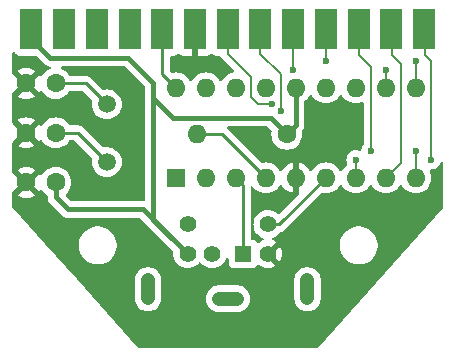
<source format=gbr>
%TF.GenerationSoftware,KiCad,Pcbnew,8.0.7*%
%TF.CreationDate,2025-01-12T22:52:32-06:00*%
%TF.ProjectId,Parallel-to-PS2-Keyboard-Adapter,50617261-6c6c-4656-9c2d-746f2d505332,v1.0*%
%TF.SameCoordinates,Original*%
%TF.FileFunction,Copper,L1,Top*%
%TF.FilePolarity,Positive*%
%FSLAX46Y46*%
G04 Gerber Fmt 4.6, Leading zero omitted, Abs format (unit mm)*
G04 Created by KiCad (PCBNEW 8.0.7) date 2025-01-12 22:52:32*
%MOMM*%
%LPD*%
G01*
G04 APERTURE LIST*
%TA.AperFunction,ComponentPad*%
%ADD10C,1.600000*%
%TD*%
%TA.AperFunction,ComponentPad*%
%ADD11O,1.600000X1.600000*%
%TD*%
%TA.AperFunction,SMDPad,CuDef*%
%ADD12R,1.846667X3.480000*%
%TD*%
%TA.AperFunction,ComponentPad*%
%ADD13R,1.600000X1.600000*%
%TD*%
%TA.AperFunction,ComponentPad*%
%ADD14C,1.500000*%
%TD*%
%TA.AperFunction,ComponentPad*%
%ADD15R,1.408000X1.408000*%
%TD*%
%TA.AperFunction,ComponentPad*%
%ADD16C,1.408000*%
%TD*%
%TA.AperFunction,ComponentPad*%
%ADD17O,2.730000X1.230000*%
%TD*%
%TA.AperFunction,ComponentPad*%
%ADD18O,1.230000X2.730000*%
%TD*%
%TA.AperFunction,ViaPad*%
%ADD19C,0.800000*%
%TD*%
%TA.AperFunction,ViaPad*%
%ADD20C,0.600000*%
%TD*%
%TA.AperFunction,Conductor*%
%ADD21C,0.250000*%
%TD*%
%TA.AperFunction,Conductor*%
%ADD22C,0.400000*%
%TD*%
%TA.AperFunction,Conductor*%
%ADD23C,0.200000*%
%TD*%
G04 APERTURE END LIST*
D10*
%TO.P,C3,1*%
%TO.N,+5V*%
X146050000Y-104394000D03*
%TO.P,C3,2*%
%TO.N,GND*%
X143550000Y-104394000D03*
%TD*%
%TO.P,R1,1*%
%TO.N,+5V*%
X165608000Y-100310000D03*
D11*
%TO.P,R1,2*%
%TO.N,Net-(U1-~{MCLR})*%
X157988000Y-100310000D03*
%TD*%
D10*
%TO.P,C1,1*%
%TO.N,GND*%
X143530000Y-96012000D03*
%TO.P,C1,2*%
%TO.N,Net-(U1-OSC1{slash}CLKIN)*%
X146030000Y-96012000D03*
%TD*%
D12*
%TO.P,J3,1,1*%
%TO.N,/BIT1*%
X177220000Y-91440000D03*
%TO.P,J3,2,2*%
%TO.N,/BIT2*%
X174450000Y-91440000D03*
%TO.P,J3,3,3*%
%TO.N,/BIT3*%
X171680000Y-91440000D03*
%TO.P,J3,4,4*%
%TO.N,/BIT4*%
X168910000Y-91440000D03*
%TO.P,J3,5,5*%
%TO.N,/BIT5*%
X166140000Y-91440000D03*
%TO.P,J3,6,6*%
%TO.N,/BIT6*%
X163370000Y-91440000D03*
%TO.P,J3,7,7*%
%TO.N,/BIT7*%
X160600000Y-91440000D03*
%TO.P,J3,8,8*%
%TO.N,GND*%
X157830000Y-91440000D03*
%TO.P,J3,9,9*%
%TO.N,/{slash}STROBE*%
X155060000Y-91440000D03*
%TO.P,J3,10,10*%
%TO.N,unconnected-(J3-Pad10)*%
X152290000Y-91440000D03*
%TO.P,J3,11,11*%
%TO.N,unconnected-(J3-Pad11)*%
X149520000Y-91440000D03*
%TO.P,J3,12,12*%
%TO.N,unconnected-(J3-Pad12)*%
X146750000Y-91440000D03*
%TO.P,J3,13,13*%
%TO.N,+5V*%
X143980000Y-91440000D03*
%TD*%
D13*
%TO.P,U1,1,RA2*%
%TO.N,unconnected-(U1-RA2-Pad1)*%
X156210000Y-104013000D03*
D11*
%TO.P,U1,2,RA3*%
%TO.N,unconnected-(U1-RA3-Pad2)*%
X158750000Y-104013000D03*
%TO.P,U1,3,TOCKI/RA4*%
%TO.N,/PS{slash}2 Data In*%
X161290000Y-104013000D03*
%TO.P,U1,4,~{MCLR}*%
%TO.N,Net-(U1-~{MCLR})*%
X163830000Y-104013000D03*
%TO.P,U1,5,VSS*%
%TO.N,GND*%
X166370000Y-104013000D03*
%TO.P,U1,6,INT/RB0*%
%TO.N,/PS{slash}2 Clock In*%
X168910000Y-104013000D03*
%TO.P,U1,7,RB1*%
%TO.N,/BIT1*%
X171450000Y-104013000D03*
%TO.P,U1,8,RB2*%
%TO.N,/BIT2*%
X173990000Y-104013000D03*
%TO.P,U1,9,RB3*%
%TO.N,/BIT3*%
X176530000Y-104013000D03*
%TO.P,U1,10,RB4*%
%TO.N,/BIT4*%
X176530000Y-96393000D03*
%TO.P,U1,11,RB5*%
%TO.N,/BIT5*%
X173990000Y-96393000D03*
%TO.P,U1,12,RB6*%
%TO.N,/BIT6*%
X171450000Y-96393000D03*
%TO.P,U1,13,RB7*%
%TO.N,/BIT7*%
X168910000Y-96393000D03*
%TO.P,U1,14,VDD*%
%TO.N,+5V*%
X166370000Y-96393000D03*
%TO.P,U1,15,OSC2/CLKOUT*%
%TO.N,Net-(U1-OSC2{slash}CLKOUT)*%
X163830000Y-96393000D03*
%TO.P,U1,16,OSC1/CLKIN*%
%TO.N,Net-(U1-OSC1{slash}CLKIN)*%
X161290000Y-96393000D03*
%TO.P,U1,17,RA0*%
%TO.N,unconnected-(U1-RA0-Pad17)*%
X158750000Y-96393000D03*
%TO.P,U1,18,RA1*%
%TO.N,/{slash}STROBE*%
X156210000Y-96393000D03*
%TD*%
D14*
%TO.P,Y1,1,1*%
%TO.N,Net-(U1-OSC1{slash}CLKIN)*%
X150368000Y-97790000D03*
%TO.P,Y1,2,2*%
%TO.N,Net-(U1-OSC2{slash}CLKOUT)*%
X150368000Y-102670000D03*
%TD*%
D15*
%TO.P,J1,1*%
%TO.N,/PS{slash}2 Data In*%
X161900000Y-110450000D03*
D16*
%TO.P,J1,2*%
%TO.N,unconnected-(J1-Pad2)*%
X159300000Y-110450000D03*
%TO.P,J1,3*%
%TO.N,GND*%
X164000000Y-110450000D03*
%TO.P,J1,4*%
%TO.N,+5V*%
X157200000Y-110450000D03*
%TO.P,J1,5*%
%TO.N,/PS{slash}2 Clock In*%
X164000000Y-107950000D03*
%TO.P,J1,6*%
%TO.N,unconnected-(J1-Pad6)*%
X157200000Y-107950000D03*
D17*
%TO.P,J1,S1*%
%TO.N,N/C*%
X160600000Y-114250000D03*
D18*
%TO.P,J1,S2*%
X153850000Y-113450000D03*
%TO.P,J1,S3*%
X167350000Y-113450000D03*
%TD*%
D10*
%TO.P,C2,1*%
%TO.N,GND*%
X143530000Y-100203000D03*
%TO.P,C2,2*%
%TO.N,Net-(U1-OSC2{slash}CLKOUT)*%
X146030000Y-100203000D03*
%TD*%
D19*
%TO.N,GND*%
X157861000Y-94107000D03*
D20*
%TO.N,/BIT1*%
X171450000Y-102489000D03*
X177800000Y-102489000D03*
%TO.N,/BIT3*%
X172720000Y-101727000D03*
X176530000Y-101727000D03*
%TO.N,/BIT4*%
X176530000Y-94107000D03*
X168910000Y-94107000D03*
%TO.N,/BIT5*%
X173990000Y-94869000D03*
X166116000Y-94869000D03*
%TO.N,/BIT6*%
X165100000Y-98390000D03*
%TO.N,/BIT7*%
X164338000Y-97790000D03*
%TD*%
D21*
%TO.N,Net-(U1-OSC1{slash}CLKIN)*%
X146030000Y-96012000D02*
X148590000Y-96012000D01*
X148590000Y-96012000D02*
X150368000Y-97790000D01*
%TO.N,Net-(U1-OSC2{slash}CLKOUT)*%
X146030000Y-100203000D02*
X147901000Y-100203000D01*
X147901000Y-100203000D02*
X150368000Y-102670000D01*
%TO.N,/PS{slash}2 Data In*%
X161900000Y-104623000D02*
X161290000Y-104013000D01*
X161900000Y-110450000D02*
X161900000Y-104623000D01*
D22*
%TO.N,+5V*%
X147066000Y-106680000D02*
X153430000Y-106680000D01*
X153430000Y-106680000D02*
X157200000Y-110450000D01*
X154305000Y-96012000D02*
X154305000Y-97028000D01*
X164231000Y-98933000D02*
X165608000Y-100310000D01*
X146050000Y-105664000D02*
X147066000Y-106680000D01*
X157200000Y-110450000D02*
X154305000Y-107555000D01*
X154305000Y-107555000D02*
X154305000Y-97028000D01*
X155956000Y-98933000D02*
X164231000Y-98933000D01*
X145576333Y-93853000D02*
X152146000Y-93853000D01*
X143980000Y-92256667D02*
X145576333Y-93853000D01*
X166370000Y-99548000D02*
X166370000Y-96393000D01*
X152146000Y-93853000D02*
X154305000Y-96012000D01*
X154305000Y-97028000D02*
X154305000Y-97282000D01*
X146050000Y-104394000D02*
X146050000Y-105664000D01*
X165608000Y-100310000D02*
X166370000Y-99548000D01*
X154305000Y-97282000D02*
X155956000Y-98933000D01*
D21*
%TO.N,/PS{slash}2 Clock In*%
X164973000Y-107950000D02*
X168910000Y-104013000D01*
X164000000Y-107950000D02*
X164973000Y-107950000D01*
D23*
%TO.N,/BIT1*%
X171450000Y-104013000D02*
X171450000Y-102489000D01*
X177800000Y-94107000D02*
X177292000Y-93599000D01*
X177800000Y-102489000D02*
X177800000Y-94107000D01*
X177292000Y-93599000D02*
X177292000Y-91512000D01*
%TO.N,/BIT2*%
X173990000Y-104013000D02*
X175260000Y-102743000D01*
X175260000Y-94361000D02*
X174498000Y-93599000D01*
X174498000Y-93599000D02*
X174498000Y-91488000D01*
X175260000Y-102743000D02*
X175260000Y-94361000D01*
%TO.N,/BIT3*%
X172720000Y-101727000D02*
X172720000Y-94615000D01*
X171704000Y-93599000D02*
X171704000Y-91464000D01*
X176530000Y-104013000D02*
X176530000Y-101727000D01*
X172720000Y-94615000D02*
X171704000Y-93599000D01*
%TO.N,/BIT4*%
X176530000Y-96393000D02*
X176530000Y-94107000D01*
X168910000Y-94107000D02*
X168910000Y-91440000D01*
%TO.N,/BIT5*%
X166116000Y-94615000D02*
X166140000Y-94591000D01*
X173990000Y-96393000D02*
X173990000Y-94869000D01*
X166116000Y-94869000D02*
X166116000Y-94615000D01*
X166140000Y-94591000D02*
X166140000Y-91440000D01*
%TO.N,/BIT6*%
X165100000Y-95250000D02*
X163370000Y-93520000D01*
X165100000Y-98390000D02*
X165100000Y-95250000D01*
X163370000Y-93520000D02*
X163370000Y-91440000D01*
%TO.N,/BIT7*%
X162560000Y-95504000D02*
X160600000Y-93544000D01*
X160600000Y-93544000D02*
X160600000Y-91440000D01*
X163195000Y-97790000D02*
X162560000Y-97155000D01*
X162560000Y-97155000D02*
X162560000Y-95504000D01*
X164338000Y-97790000D02*
X163195000Y-97790000D01*
D21*
%TO.N,/{slash}STROBE*%
X155060000Y-91440000D02*
X155060000Y-95243000D01*
X155060000Y-95243000D02*
X156210000Y-96393000D01*
%TO.N,Net-(U1-~{MCLR})*%
X160127000Y-100310000D02*
X157988000Y-100310000D01*
X163830000Y-104013000D02*
X160127000Y-100310000D01*
%TD*%
%TA.AperFunction,Conductor*%
%TO.N,GND*%
G36*
X178752417Y-102650867D02*
G01*
X178803633Y-102700034D01*
X178820300Y-102762663D01*
X178820300Y-106517079D01*
X178800298Y-106585200D01*
X178788211Y-106601084D01*
X168254386Y-118377105D01*
X168194061Y-118414541D01*
X168160475Y-118419100D01*
X153097829Y-118419100D01*
X153029708Y-118399098D01*
X153004213Y-118377433D01*
X147810079Y-112611579D01*
X152726500Y-112611579D01*
X152726500Y-114288421D01*
X152754164Y-114463087D01*
X152808812Y-114631274D01*
X152889097Y-114788842D01*
X152993042Y-114931911D01*
X152993044Y-114931913D01*
X152993046Y-114931916D01*
X153118083Y-115056953D01*
X153118086Y-115056955D01*
X153118089Y-115056958D01*
X153261158Y-115160903D01*
X153418726Y-115241188D01*
X153586913Y-115295836D01*
X153761579Y-115323500D01*
X153761582Y-115323500D01*
X153938418Y-115323500D01*
X153938421Y-115323500D01*
X154113087Y-115295836D01*
X154281274Y-115241188D01*
X154438842Y-115160903D01*
X154581911Y-115056958D01*
X154706958Y-114931911D01*
X154810903Y-114788842D01*
X154891188Y-114631274D01*
X154945836Y-114463087D01*
X154973500Y-114288421D01*
X154973500Y-114161579D01*
X158726500Y-114161579D01*
X158726500Y-114338421D01*
X158754164Y-114513087D01*
X158808812Y-114681274D01*
X158889097Y-114838842D01*
X158993042Y-114981911D01*
X158993044Y-114981913D01*
X158993046Y-114981916D01*
X159118083Y-115106953D01*
X159118086Y-115106955D01*
X159118089Y-115106958D01*
X159261158Y-115210903D01*
X159418726Y-115291188D01*
X159586913Y-115345836D01*
X159761579Y-115373500D01*
X159761582Y-115373500D01*
X161438418Y-115373500D01*
X161438421Y-115373500D01*
X161613087Y-115345836D01*
X161781274Y-115291188D01*
X161938842Y-115210903D01*
X162081911Y-115106958D01*
X162206958Y-114981911D01*
X162310903Y-114838842D01*
X162391188Y-114681274D01*
X162445836Y-114513087D01*
X162473500Y-114338421D01*
X162473500Y-114161579D01*
X162445836Y-113986913D01*
X162391188Y-113818726D01*
X162310903Y-113661158D01*
X162206958Y-113518089D01*
X162206955Y-113518086D01*
X162206953Y-113518083D01*
X162081916Y-113393046D01*
X162081913Y-113393044D01*
X162081911Y-113393042D01*
X161938842Y-113289097D01*
X161781274Y-113208812D01*
X161781273Y-113208811D01*
X161781272Y-113208811D01*
X161613090Y-113154165D01*
X161613087Y-113154164D01*
X161438421Y-113126500D01*
X159761579Y-113126500D01*
X159586913Y-113154164D01*
X159586910Y-113154164D01*
X159586909Y-113154165D01*
X159418727Y-113208811D01*
X159261154Y-113289099D01*
X159118086Y-113393044D01*
X159118083Y-113393046D01*
X158993046Y-113518083D01*
X158993044Y-113518086D01*
X158889099Y-113661154D01*
X158808811Y-113818727D01*
X158754165Y-113986909D01*
X158754164Y-113986913D01*
X158726500Y-114161579D01*
X154973500Y-114161579D01*
X154973500Y-112611579D01*
X166226500Y-112611579D01*
X166226500Y-114288421D01*
X166254164Y-114463087D01*
X166308812Y-114631274D01*
X166389097Y-114788842D01*
X166493042Y-114931911D01*
X166493044Y-114931913D01*
X166493046Y-114931916D01*
X166618083Y-115056953D01*
X166618086Y-115056955D01*
X166618089Y-115056958D01*
X166761158Y-115160903D01*
X166918726Y-115241188D01*
X167086913Y-115295836D01*
X167261579Y-115323500D01*
X167261582Y-115323500D01*
X167438418Y-115323500D01*
X167438421Y-115323500D01*
X167613087Y-115295836D01*
X167781274Y-115241188D01*
X167938842Y-115160903D01*
X168081911Y-115056958D01*
X168206958Y-114931911D01*
X168310903Y-114788842D01*
X168391188Y-114631274D01*
X168445836Y-114463087D01*
X168473500Y-114288421D01*
X168473500Y-112611579D01*
X168445836Y-112436913D01*
X168391188Y-112268726D01*
X168310903Y-112111158D01*
X168206958Y-111968089D01*
X168206955Y-111968086D01*
X168206953Y-111968083D01*
X168081916Y-111843046D01*
X168081913Y-111843044D01*
X168081911Y-111843042D01*
X167938842Y-111739097D01*
X167781274Y-111658812D01*
X167781273Y-111658811D01*
X167781272Y-111658811D01*
X167613090Y-111604165D01*
X167613087Y-111604164D01*
X167438421Y-111576500D01*
X167261579Y-111576500D01*
X167086913Y-111604164D01*
X167086910Y-111604164D01*
X167086909Y-111604165D01*
X166918727Y-111658811D01*
X166761154Y-111739099D01*
X166618086Y-111843044D01*
X166618083Y-111843046D01*
X166493046Y-111968083D01*
X166493044Y-111968086D01*
X166389099Y-112111154D01*
X166308811Y-112268727D01*
X166254165Y-112436909D01*
X166254164Y-112436913D01*
X166226500Y-112611579D01*
X154973500Y-112611579D01*
X154945836Y-112436913D01*
X154891188Y-112268726D01*
X154810903Y-112111158D01*
X154706958Y-111968089D01*
X154706955Y-111968086D01*
X154706953Y-111968083D01*
X154581916Y-111843046D01*
X154581913Y-111843044D01*
X154581911Y-111843042D01*
X154438842Y-111739097D01*
X154281274Y-111658812D01*
X154281273Y-111658811D01*
X154281272Y-111658811D01*
X154113090Y-111604165D01*
X154113087Y-111604164D01*
X153938421Y-111576500D01*
X153761579Y-111576500D01*
X153586913Y-111604164D01*
X153586910Y-111604164D01*
X153586909Y-111604165D01*
X153418727Y-111658811D01*
X153261154Y-111739099D01*
X153118086Y-111843044D01*
X153118083Y-111843046D01*
X152993046Y-111968083D01*
X152993044Y-111968086D01*
X152889099Y-112111154D01*
X152808811Y-112268727D01*
X152754165Y-112436909D01*
X152754164Y-112436913D01*
X152726500Y-112611579D01*
X147810079Y-112611579D01*
X145098952Y-109602038D01*
X148005500Y-109602038D01*
X148005500Y-109853962D01*
X148041952Y-110084110D01*
X148044911Y-110102790D01*
X148112458Y-110310676D01*
X148122759Y-110342379D01*
X148237130Y-110566845D01*
X148385207Y-110770656D01*
X148385209Y-110770658D01*
X148385211Y-110770661D01*
X148563338Y-110948788D01*
X148563341Y-110948790D01*
X148563344Y-110948793D01*
X148767155Y-111096870D01*
X148991621Y-111211241D01*
X149231215Y-111289090D01*
X149480038Y-111328500D01*
X149480041Y-111328500D01*
X149731959Y-111328500D01*
X149731962Y-111328500D01*
X149980785Y-111289090D01*
X150220379Y-111211241D01*
X150444845Y-111096870D01*
X150648656Y-110948793D01*
X150826793Y-110770656D01*
X150974870Y-110566845D01*
X151089241Y-110342379D01*
X151167090Y-110102785D01*
X151206500Y-109853962D01*
X151206500Y-109602038D01*
X151167090Y-109353215D01*
X151089241Y-109113621D01*
X150974870Y-108889155D01*
X150826793Y-108685344D01*
X150826790Y-108685341D01*
X150826788Y-108685338D01*
X150648661Y-108507211D01*
X150648658Y-108507209D01*
X150648656Y-108507207D01*
X150495235Y-108395741D01*
X150444848Y-108359132D01*
X150444847Y-108359131D01*
X150444845Y-108359130D01*
X150220379Y-108244759D01*
X150220376Y-108244758D01*
X150220374Y-108244757D01*
X149980790Y-108166911D01*
X149980786Y-108166910D01*
X149980785Y-108166910D01*
X149731962Y-108127500D01*
X149480038Y-108127500D01*
X149231215Y-108166910D01*
X149231209Y-108166911D01*
X148991625Y-108244757D01*
X148991619Y-108244760D01*
X148767151Y-108359132D01*
X148563341Y-108507209D01*
X148563338Y-108507211D01*
X148385211Y-108685338D01*
X148385209Y-108685341D01*
X148237132Y-108889151D01*
X148122760Y-109113619D01*
X148122757Y-109113625D01*
X148044911Y-109353209D01*
X148044910Y-109353214D01*
X148044910Y-109353215D01*
X148005500Y-109602038D01*
X145098952Y-109602038D01*
X142395084Y-106600554D01*
X142364351Y-106536554D01*
X142362700Y-106516221D01*
X142362700Y-105250627D01*
X142382702Y-105182506D01*
X142436358Y-105136013D01*
X142451358Y-105133429D01*
X143150000Y-104434788D01*
X143150000Y-104446661D01*
X143177259Y-104548394D01*
X143229920Y-104639606D01*
X143304394Y-104714080D01*
X143395606Y-104766741D01*
X143497339Y-104794000D01*
X143509210Y-104794000D01*
X142822110Y-105481098D01*
X142822110Y-105481100D01*
X142893498Y-105531086D01*
X143100926Y-105627811D01*
X143100931Y-105627813D01*
X143321999Y-105687048D01*
X143321995Y-105687048D01*
X143550000Y-105706995D01*
X143778002Y-105687048D01*
X143999068Y-105627813D01*
X143999073Y-105627811D01*
X144206497Y-105531088D01*
X144277888Y-105481099D01*
X144277888Y-105481097D01*
X143590791Y-104794000D01*
X143602661Y-104794000D01*
X143704394Y-104766741D01*
X143795606Y-104714080D01*
X143870080Y-104639606D01*
X143922741Y-104548394D01*
X143950000Y-104446661D01*
X143950000Y-104434791D01*
X144637097Y-105121888D01*
X144637099Y-105121888D01*
X144687088Y-105050496D01*
X144689841Y-105045730D01*
X144691729Y-105046820D01*
X144732384Y-105000594D01*
X144800651Y-104981094D01*
X144868622Y-105001597D01*
X144907989Y-105046987D01*
X144909726Y-105045985D01*
X144912474Y-105050746D01*
X145043799Y-105238296D01*
X145043802Y-105238300D01*
X145205700Y-105400198D01*
X145287771Y-105457665D01*
X145332099Y-105513120D01*
X145341500Y-105560877D01*
X145341500Y-105733784D01*
X145368727Y-105870661D01*
X145368729Y-105870666D01*
X145422135Y-105999601D01*
X145499671Y-106115642D01*
X145499676Y-106115648D01*
X146614351Y-107230323D01*
X146614357Y-107230328D01*
X146730399Y-107307865D01*
X146810019Y-107340844D01*
X146810020Y-107340845D01*
X146830448Y-107349306D01*
X146859338Y-107361273D01*
X146927778Y-107374886D01*
X146996218Y-107388500D01*
X146996219Y-107388500D01*
X153084339Y-107388500D01*
X153152460Y-107408502D01*
X153173434Y-107425405D01*
X155958630Y-110210601D01*
X155992656Y-110272913D01*
X155995056Y-110310676D01*
X155992283Y-110342379D01*
X155982868Y-110450000D01*
X156001359Y-110661353D01*
X156016725Y-110718699D01*
X156056269Y-110866282D01*
X156056271Y-110866286D01*
X156145932Y-111058564D01*
X156145933Y-111058566D01*
X156267616Y-111232348D01*
X156267620Y-111232353D01*
X156267623Y-111232357D01*
X156417643Y-111382377D01*
X156417647Y-111382380D01*
X156417651Y-111382383D01*
X156458599Y-111411055D01*
X156591434Y-111504067D01*
X156783716Y-111593730D01*
X156988647Y-111648641D01*
X157200000Y-111667132D01*
X157411353Y-111648641D01*
X157616284Y-111593730D01*
X157808566Y-111504067D01*
X157982357Y-111382377D01*
X158132377Y-111232357D01*
X158146787Y-111211776D01*
X158202243Y-111167449D01*
X158272862Y-111160139D01*
X158336223Y-111192170D01*
X158353211Y-111211774D01*
X158362687Y-111225307D01*
X158367616Y-111232348D01*
X158367623Y-111232357D01*
X158517643Y-111382377D01*
X158517647Y-111382380D01*
X158517651Y-111382383D01*
X158558599Y-111411055D01*
X158691434Y-111504067D01*
X158883716Y-111593730D01*
X159088647Y-111648641D01*
X159300000Y-111667132D01*
X159511353Y-111648641D01*
X159716284Y-111593730D01*
X159908566Y-111504067D01*
X160082357Y-111382377D01*
X160232377Y-111232357D01*
X160354067Y-111058566D01*
X160443730Y-110866284D01*
X160443731Y-110866282D01*
X160446055Y-110861298D01*
X160447539Y-110861990D01*
X160485187Y-110810852D01*
X160551507Y-110785510D01*
X160620999Y-110800046D01*
X160671601Y-110849845D01*
X160687500Y-110911113D01*
X160687500Y-111202649D01*
X160694009Y-111263196D01*
X160694011Y-111263204D01*
X160745110Y-111400202D01*
X160745112Y-111400207D01*
X160832738Y-111517261D01*
X160949792Y-111604887D01*
X160949794Y-111604888D01*
X160949796Y-111604889D01*
X161008875Y-111626924D01*
X161086795Y-111655988D01*
X161086803Y-111655990D01*
X161147350Y-111662499D01*
X161147355Y-111662499D01*
X161147362Y-111662500D01*
X161147368Y-111662500D01*
X162652632Y-111662500D01*
X162652638Y-111662500D01*
X162652645Y-111662499D01*
X162652649Y-111662499D01*
X162713196Y-111655990D01*
X162713199Y-111655989D01*
X162713201Y-111655989D01*
X162850204Y-111604889D01*
X162851173Y-111604164D01*
X162967261Y-111517261D01*
X163046766Y-111411055D01*
X163103601Y-111368508D01*
X163174417Y-111363443D01*
X163219904Y-111383351D01*
X163391681Y-111503630D01*
X163583885Y-111593256D01*
X163583890Y-111593258D01*
X163788734Y-111648146D01*
X164000000Y-111666629D01*
X164211265Y-111648146D01*
X164416109Y-111593258D01*
X164416114Y-111593256D01*
X164608314Y-111503632D01*
X164658958Y-111468170D01*
X164658958Y-111468169D01*
X164084123Y-110893333D01*
X164173694Y-110869333D01*
X164276306Y-110810090D01*
X164360090Y-110726306D01*
X164419333Y-110623694D01*
X164443333Y-110534122D01*
X165018169Y-111108958D01*
X165018170Y-111108958D01*
X165053632Y-111058314D01*
X165143256Y-110866114D01*
X165143258Y-110866109D01*
X165198146Y-110661265D01*
X165216629Y-110450000D01*
X165198146Y-110238734D01*
X165143258Y-110033890D01*
X165143256Y-110033885D01*
X165053631Y-109841684D01*
X165018170Y-109791040D01*
X165018168Y-109791040D01*
X164443333Y-110365875D01*
X164419333Y-110276306D01*
X164360090Y-110173694D01*
X164276306Y-110089910D01*
X164173694Y-110030667D01*
X164084122Y-110006666D01*
X164488749Y-109602038D01*
X170103500Y-109602038D01*
X170103500Y-109853962D01*
X170139952Y-110084110D01*
X170142911Y-110102790D01*
X170210458Y-110310676D01*
X170220759Y-110342379D01*
X170335130Y-110566845D01*
X170483207Y-110770656D01*
X170483209Y-110770658D01*
X170483211Y-110770661D01*
X170661338Y-110948788D01*
X170661341Y-110948790D01*
X170661344Y-110948793D01*
X170865155Y-111096870D01*
X171089621Y-111211241D01*
X171329215Y-111289090D01*
X171578038Y-111328500D01*
X171578041Y-111328500D01*
X171829959Y-111328500D01*
X171829962Y-111328500D01*
X172078785Y-111289090D01*
X172318379Y-111211241D01*
X172542845Y-111096870D01*
X172746656Y-110948793D01*
X172924793Y-110770656D01*
X173072870Y-110566845D01*
X173187241Y-110342379D01*
X173265090Y-110102785D01*
X173304500Y-109853962D01*
X173304500Y-109602038D01*
X173265090Y-109353215D01*
X173187241Y-109113621D01*
X173072870Y-108889155D01*
X172924793Y-108685344D01*
X172924790Y-108685341D01*
X172924788Y-108685338D01*
X172746661Y-108507211D01*
X172746658Y-108507209D01*
X172746656Y-108507207D01*
X172593235Y-108395741D01*
X172542848Y-108359132D01*
X172542847Y-108359131D01*
X172542845Y-108359130D01*
X172318379Y-108244759D01*
X172318376Y-108244758D01*
X172318374Y-108244757D01*
X172078790Y-108166911D01*
X172078786Y-108166910D01*
X172078785Y-108166910D01*
X171829962Y-108127500D01*
X171578038Y-108127500D01*
X171329215Y-108166910D01*
X171329209Y-108166911D01*
X171089625Y-108244757D01*
X171089619Y-108244760D01*
X170865151Y-108359132D01*
X170661341Y-108507209D01*
X170661338Y-108507211D01*
X170483211Y-108685338D01*
X170483209Y-108685341D01*
X170335132Y-108889151D01*
X170220760Y-109113619D01*
X170220757Y-109113625D01*
X170142911Y-109353209D01*
X170142910Y-109353214D01*
X170142910Y-109353215D01*
X170103500Y-109602038D01*
X164488749Y-109602038D01*
X164658958Y-109431828D01*
X164658958Y-109431827D01*
X164608318Y-109396369D01*
X164432687Y-109314471D01*
X164379402Y-109267554D01*
X164359941Y-109199276D01*
X164380483Y-109131316D01*
X164432687Y-109086081D01*
X164433279Y-109085805D01*
X164608566Y-109004067D01*
X164782357Y-108882377D01*
X164932377Y-108732357D01*
X165007789Y-108624656D01*
X165063242Y-108580330D01*
X165086410Y-108573351D01*
X165157785Y-108559155D01*
X165273075Y-108511400D01*
X165376833Y-108442071D01*
X168496754Y-105322149D01*
X168559064Y-105288125D01*
X168618457Y-105289539D01*
X168681913Y-105306543D01*
X168910000Y-105326498D01*
X169138087Y-105306543D01*
X169359243Y-105247284D01*
X169566749Y-105150523D01*
X169754300Y-105019198D01*
X169916198Y-104857300D01*
X170047523Y-104669749D01*
X170065805Y-104630543D01*
X170112721Y-104577258D01*
X170180998Y-104557796D01*
X170248958Y-104578337D01*
X170294195Y-104630543D01*
X170312477Y-104669749D01*
X170443802Y-104857300D01*
X170605700Y-105019198D01*
X170793251Y-105150523D01*
X171000757Y-105247284D01*
X171221913Y-105306543D01*
X171450000Y-105326498D01*
X171678087Y-105306543D01*
X171899243Y-105247284D01*
X172106749Y-105150523D01*
X172294300Y-105019198D01*
X172456198Y-104857300D01*
X172587523Y-104669749D01*
X172605805Y-104630543D01*
X172652721Y-104577258D01*
X172720998Y-104557796D01*
X172788958Y-104578337D01*
X172834195Y-104630543D01*
X172852477Y-104669749D01*
X172983802Y-104857300D01*
X173145700Y-105019198D01*
X173333251Y-105150523D01*
X173540757Y-105247284D01*
X173761913Y-105306543D01*
X173990000Y-105326498D01*
X174218087Y-105306543D01*
X174439243Y-105247284D01*
X174646749Y-105150523D01*
X174834300Y-105019198D01*
X174996198Y-104857300D01*
X175127523Y-104669749D01*
X175145805Y-104630543D01*
X175192721Y-104577258D01*
X175260998Y-104557796D01*
X175328958Y-104578337D01*
X175374195Y-104630543D01*
X175392477Y-104669749D01*
X175523802Y-104857300D01*
X175685700Y-105019198D01*
X175873251Y-105150523D01*
X176080757Y-105247284D01*
X176301913Y-105306543D01*
X176530000Y-105326498D01*
X176758087Y-105306543D01*
X176979243Y-105247284D01*
X177186749Y-105150523D01*
X177374300Y-105019198D01*
X177536198Y-104857300D01*
X177667523Y-104669749D01*
X177764284Y-104462243D01*
X177823543Y-104241087D01*
X177843498Y-104013000D01*
X177823543Y-103784913D01*
X177764284Y-103563757D01*
X177724438Y-103478307D01*
X177713778Y-103408119D01*
X177742758Y-103343306D01*
X177802177Y-103304449D01*
X177824519Y-103299853D01*
X177981047Y-103282217D01*
X178153015Y-103222043D01*
X178307281Y-103125111D01*
X178436111Y-102996281D01*
X178533043Y-102842015D01*
X178575371Y-102721047D01*
X178616749Y-102663356D01*
X178682749Y-102637194D01*
X178752417Y-102650867D01*
G37*
%TD.AperFunction*%
%TA.AperFunction,Conductor*%
G36*
X166624000Y-105350903D02*
G01*
X166603998Y-105419024D01*
X166587095Y-105439998D01*
X164985008Y-107042084D01*
X164922696Y-107076110D01*
X164851880Y-107071045D01*
X164806818Y-107042084D01*
X164782359Y-107017625D01*
X164782348Y-107017616D01*
X164608566Y-106895933D01*
X164608564Y-106895932D01*
X164416286Y-106806271D01*
X164416282Y-106806269D01*
X164319146Y-106780242D01*
X164211353Y-106751359D01*
X164000000Y-106732868D01*
X163788647Y-106751359D01*
X163733737Y-106766072D01*
X163583717Y-106806269D01*
X163583713Y-106806271D01*
X163391435Y-106895932D01*
X163391433Y-106895933D01*
X163217651Y-107017616D01*
X163217640Y-107017625D01*
X163067625Y-107167640D01*
X163067616Y-107167651D01*
X162945933Y-107341433D01*
X162945932Y-107341435D01*
X162856271Y-107533713D01*
X162856269Y-107533717D01*
X162816072Y-107683737D01*
X162801359Y-107738647D01*
X162785020Y-107925398D01*
X162777267Y-107945217D01*
X162780396Y-107950086D01*
X162785019Y-107974596D01*
X162801359Y-108161353D01*
X162823707Y-108244757D01*
X162856269Y-108366282D01*
X162856271Y-108366286D01*
X162945932Y-108558564D01*
X162945933Y-108558566D01*
X163067616Y-108732348D01*
X163067620Y-108732353D01*
X163067623Y-108732357D01*
X163217643Y-108882377D01*
X163217646Y-108882379D01*
X163217651Y-108882383D01*
X163316806Y-108951812D01*
X163391434Y-109004067D01*
X163519560Y-109063813D01*
X163567312Y-109086081D01*
X163620597Y-109132999D01*
X163640058Y-109201276D01*
X163619516Y-109269236D01*
X163567312Y-109314471D01*
X163391685Y-109396367D01*
X163219904Y-109516649D01*
X163152630Y-109539336D01*
X163083770Y-109522051D01*
X163046766Y-109488944D01*
X162967261Y-109382738D01*
X162850207Y-109295112D01*
X162850202Y-109295110D01*
X162713204Y-109244011D01*
X162713196Y-109244009D01*
X162649283Y-109237139D01*
X162649371Y-109236319D01*
X162585780Y-109213869D01*
X162542239Y-109157792D01*
X162533500Y-109111686D01*
X162533500Y-107985584D01*
X162543115Y-107952835D01*
X162535970Y-107939241D01*
X162533500Y-107914415D01*
X162533500Y-104842327D01*
X162553502Y-104774206D01*
X162607158Y-104727713D01*
X162677432Y-104717609D01*
X162742012Y-104747103D01*
X162762712Y-104770055D01*
X162823802Y-104857300D01*
X162985700Y-105019198D01*
X163173251Y-105150523D01*
X163380757Y-105247284D01*
X163601913Y-105306543D01*
X163830000Y-105326498D01*
X164058087Y-105306543D01*
X164279243Y-105247284D01*
X164486749Y-105150523D01*
X164674300Y-105019198D01*
X164836198Y-104857300D01*
X164967523Y-104669749D01*
X164986081Y-104629950D01*
X165032995Y-104576667D01*
X165101272Y-104557205D01*
X165169232Y-104577745D01*
X165214469Y-104629949D01*
X165232911Y-104669497D01*
X165364184Y-104856974D01*
X165364189Y-104856980D01*
X165526019Y-105018810D01*
X165526025Y-105018815D01*
X165713501Y-105150087D01*
X165920926Y-105246811D01*
X165920931Y-105246813D01*
X166116000Y-105299081D01*
X166116000Y-104324686D01*
X166124394Y-104333080D01*
X166215606Y-104385741D01*
X166317339Y-104413000D01*
X166422661Y-104413000D01*
X166524394Y-104385741D01*
X166615606Y-104333080D01*
X166624000Y-104324686D01*
X166624000Y-105350903D01*
G37*
%TD.AperFunction*%
%TA.AperFunction,Conductor*%
G36*
X151868460Y-94581502D02*
G01*
X151889434Y-94598405D01*
X153559595Y-96268566D01*
X153593621Y-96330878D01*
X153596500Y-96357661D01*
X153596500Y-105845500D01*
X153576498Y-105913621D01*
X153522842Y-105960114D01*
X153470500Y-105971500D01*
X147411661Y-105971500D01*
X147343540Y-105951498D01*
X147322566Y-105934595D01*
X146930329Y-105542358D01*
X146896303Y-105480046D01*
X146901368Y-105409231D01*
X146930325Y-105364172D01*
X147056198Y-105238300D01*
X147187523Y-105050749D01*
X147284284Y-104843243D01*
X147343543Y-104622087D01*
X147363498Y-104394000D01*
X147343543Y-104165913D01*
X147284284Y-103944757D01*
X147187523Y-103737251D01*
X147056198Y-103549700D01*
X146894300Y-103387802D01*
X146778757Y-103306898D01*
X146706749Y-103256477D01*
X146499246Y-103159717D01*
X146499240Y-103159715D01*
X146370096Y-103125111D01*
X146278087Y-103100457D01*
X146050000Y-103080502D01*
X145821913Y-103100457D01*
X145600759Y-103159715D01*
X145600753Y-103159717D01*
X145393250Y-103256477D01*
X145205703Y-103387799D01*
X145205697Y-103387804D01*
X145043804Y-103549697D01*
X145043799Y-103549703D01*
X144912474Y-103737253D01*
X144909726Y-103742015D01*
X144907931Y-103740978D01*
X144866942Y-103787480D01*
X144798653Y-103806903D01*
X144730705Y-103786324D01*
X144691655Y-103741217D01*
X144689839Y-103742266D01*
X144687086Y-103737498D01*
X144637100Y-103666110D01*
X144637098Y-103666110D01*
X143950000Y-104353208D01*
X143950000Y-104341339D01*
X143922741Y-104239606D01*
X143870080Y-104148394D01*
X143795606Y-104073920D01*
X143704394Y-104021259D01*
X143602661Y-103994000D01*
X143590790Y-103994000D01*
X144277888Y-103306899D01*
X144277888Y-103306898D01*
X144206501Y-103256913D01*
X143999073Y-103160188D01*
X143999068Y-103160186D01*
X143778000Y-103100951D01*
X143778004Y-103100951D01*
X143550000Y-103081004D01*
X143321997Y-103100951D01*
X143100931Y-103160186D01*
X143100926Y-103160188D01*
X142893500Y-103256913D01*
X142822109Y-103306900D01*
X143509209Y-103994000D01*
X143497339Y-103994000D01*
X143395606Y-104021259D01*
X143304394Y-104073920D01*
X143229920Y-104148394D01*
X143177259Y-104239606D01*
X143150000Y-104341339D01*
X143150000Y-104353209D01*
X142449621Y-103652830D01*
X142430078Y-103648903D01*
X142379085Y-103599504D01*
X142362700Y-103537371D01*
X142362700Y-101061376D01*
X142382702Y-100993255D01*
X142403850Y-100974930D01*
X142401354Y-100972434D01*
X143130000Y-100243788D01*
X143130000Y-100255661D01*
X143157259Y-100357394D01*
X143209920Y-100448606D01*
X143284394Y-100523080D01*
X143375606Y-100575741D01*
X143477339Y-100603000D01*
X143489210Y-100603000D01*
X142802110Y-101290098D01*
X142802110Y-101290100D01*
X142873498Y-101340086D01*
X143080926Y-101436811D01*
X143080931Y-101436813D01*
X143301999Y-101496048D01*
X143301995Y-101496048D01*
X143530000Y-101515995D01*
X143758002Y-101496048D01*
X143979068Y-101436813D01*
X143979073Y-101436811D01*
X144186497Y-101340088D01*
X144257888Y-101290099D01*
X144257888Y-101290097D01*
X143570791Y-100603000D01*
X143582661Y-100603000D01*
X143684394Y-100575741D01*
X143775606Y-100523080D01*
X143850080Y-100448606D01*
X143902741Y-100357394D01*
X143930000Y-100255661D01*
X143930000Y-100243791D01*
X144617097Y-100930888D01*
X144617099Y-100930888D01*
X144667088Y-100859496D01*
X144669841Y-100854730D01*
X144671729Y-100855820D01*
X144712384Y-100809594D01*
X144780651Y-100790094D01*
X144848622Y-100810597D01*
X144887989Y-100855987D01*
X144889726Y-100854985D01*
X144892474Y-100859746D01*
X145023799Y-101047296D01*
X145023802Y-101047300D01*
X145185700Y-101209198D01*
X145373251Y-101340523D01*
X145580757Y-101437284D01*
X145801913Y-101496543D01*
X146030000Y-101516498D01*
X146258087Y-101496543D01*
X146479243Y-101437284D01*
X146686749Y-101340523D01*
X146874300Y-101209198D01*
X147036198Y-101047300D01*
X147146181Y-100890229D01*
X147201638Y-100845901D01*
X147249394Y-100836500D01*
X147586406Y-100836500D01*
X147654527Y-100856502D01*
X147675501Y-100873405D01*
X149099672Y-102297576D01*
X149133698Y-102359888D01*
X149132284Y-102419281D01*
X149123885Y-102450623D01*
X149118000Y-102517895D01*
X149104693Y-102670000D01*
X149123885Y-102889371D01*
X149129703Y-102911084D01*
X149180879Y-103102073D01*
X149180881Y-103102079D01*
X149264880Y-103282217D01*
X149273944Y-103301654D01*
X149340042Y-103396051D01*
X149400251Y-103482038D01*
X149400254Y-103482042D01*
X149555957Y-103637745D01*
X149555961Y-103637748D01*
X149555962Y-103637749D01*
X149736346Y-103764056D01*
X149935924Y-103857120D01*
X150148629Y-103914115D01*
X150368000Y-103933307D01*
X150587371Y-103914115D01*
X150800076Y-103857120D01*
X150999654Y-103764056D01*
X151180038Y-103637749D01*
X151335749Y-103482038D01*
X151462056Y-103301654D01*
X151555120Y-103102076D01*
X151612115Y-102889371D01*
X151631307Y-102670000D01*
X151612115Y-102450629D01*
X151555120Y-102237924D01*
X151462056Y-102038347D01*
X151335749Y-101857962D01*
X151180038Y-101702251D01*
X151174118Y-101698106D01*
X151080642Y-101632653D01*
X150999654Y-101575944D01*
X150935329Y-101545949D01*
X150800079Y-101482881D01*
X150800073Y-101482879D01*
X150668120Y-101447522D01*
X150587371Y-101425885D01*
X150368000Y-101406693D01*
X150148623Y-101425885D01*
X150117281Y-101434284D01*
X150046305Y-101432594D01*
X149995576Y-101401672D01*
X148304835Y-99710931D01*
X148304833Y-99710929D01*
X148201075Y-99641600D01*
X148085785Y-99593845D01*
X148012086Y-99579185D01*
X147963396Y-99569500D01*
X147963394Y-99569500D01*
X147249394Y-99569500D01*
X147181273Y-99549498D01*
X147146181Y-99515771D01*
X147036200Y-99358703D01*
X147036195Y-99358697D01*
X146874302Y-99196804D01*
X146874296Y-99196799D01*
X146686749Y-99065477D01*
X146479246Y-98968717D01*
X146479240Y-98968715D01*
X146385771Y-98943670D01*
X146258087Y-98909457D01*
X146030000Y-98889502D01*
X145801913Y-98909457D01*
X145580759Y-98968715D01*
X145580753Y-98968717D01*
X145373250Y-99065477D01*
X145185703Y-99196799D01*
X145185697Y-99196804D01*
X145023804Y-99358697D01*
X145023799Y-99358703D01*
X144892474Y-99546253D01*
X144889726Y-99551015D01*
X144887931Y-99549978D01*
X144846942Y-99596480D01*
X144778653Y-99615903D01*
X144710705Y-99595324D01*
X144671655Y-99550217D01*
X144669839Y-99551266D01*
X144667086Y-99546498D01*
X144617100Y-99475110D01*
X144617098Y-99475110D01*
X143930000Y-100162208D01*
X143930000Y-100150339D01*
X143902741Y-100048606D01*
X143850080Y-99957394D01*
X143775606Y-99882920D01*
X143684394Y-99830259D01*
X143582661Y-99803000D01*
X143570790Y-99803000D01*
X144257888Y-99115899D01*
X144257888Y-99115898D01*
X144186501Y-99065913D01*
X143979073Y-98969188D01*
X143979068Y-98969186D01*
X143758000Y-98909951D01*
X143758004Y-98909951D01*
X143530000Y-98890004D01*
X143301997Y-98909951D01*
X143080931Y-98969186D01*
X143080926Y-98969188D01*
X142873500Y-99065913D01*
X142802109Y-99115900D01*
X143489209Y-99803000D01*
X143477339Y-99803000D01*
X143375606Y-99830259D01*
X143284394Y-99882920D01*
X143209920Y-99957394D01*
X143157259Y-100048606D01*
X143130000Y-100150339D01*
X143130000Y-100162209D01*
X142401354Y-99433563D01*
X142404013Y-99430903D01*
X142379084Y-99406752D01*
X142362700Y-99344621D01*
X142362700Y-96870376D01*
X142382702Y-96802255D01*
X142403850Y-96783930D01*
X142401354Y-96781434D01*
X143130000Y-96052788D01*
X143130000Y-96064661D01*
X143157259Y-96166394D01*
X143209920Y-96257606D01*
X143284394Y-96332080D01*
X143375606Y-96384741D01*
X143477339Y-96412000D01*
X143489210Y-96412000D01*
X142802110Y-97099098D01*
X142802110Y-97099100D01*
X142873498Y-97149086D01*
X143080926Y-97245811D01*
X143080931Y-97245813D01*
X143301999Y-97305048D01*
X143301995Y-97305048D01*
X143530000Y-97324995D01*
X143758002Y-97305048D01*
X143979068Y-97245813D01*
X143979073Y-97245811D01*
X144186497Y-97149088D01*
X144257888Y-97099099D01*
X144257888Y-97099097D01*
X143570791Y-96412000D01*
X143582661Y-96412000D01*
X143684394Y-96384741D01*
X143775606Y-96332080D01*
X143850080Y-96257606D01*
X143902741Y-96166394D01*
X143930000Y-96064661D01*
X143930000Y-96052791D01*
X144617097Y-96739888D01*
X144617099Y-96739888D01*
X144667088Y-96668496D01*
X144669841Y-96663730D01*
X144671729Y-96664820D01*
X144712384Y-96618594D01*
X144780651Y-96599094D01*
X144848622Y-96619597D01*
X144887989Y-96664987D01*
X144889726Y-96663985D01*
X144892474Y-96668746D01*
X145013959Y-96842243D01*
X145023802Y-96856300D01*
X145185700Y-97018198D01*
X145373251Y-97149523D01*
X145580757Y-97246284D01*
X145801913Y-97305543D01*
X146030000Y-97325498D01*
X146258087Y-97305543D01*
X146479243Y-97246284D01*
X146686749Y-97149523D01*
X146874300Y-97018198D01*
X147036198Y-96856300D01*
X147146181Y-96699229D01*
X147201638Y-96654901D01*
X147249394Y-96645500D01*
X148275406Y-96645500D01*
X148343527Y-96665502D01*
X148364501Y-96682405D01*
X149099672Y-97417576D01*
X149133698Y-97479888D01*
X149132284Y-97539281D01*
X149123885Y-97570623D01*
X149104693Y-97790000D01*
X149123885Y-98009370D01*
X149180879Y-98222073D01*
X149180881Y-98222079D01*
X149182010Y-98224500D01*
X149273944Y-98421654D01*
X149400251Y-98602038D01*
X149400254Y-98602042D01*
X149555957Y-98757745D01*
X149555961Y-98757748D01*
X149555962Y-98757749D01*
X149736346Y-98884056D01*
X149935924Y-98977120D01*
X150148629Y-99034115D01*
X150368000Y-99053307D01*
X150587371Y-99034115D01*
X150800076Y-98977120D01*
X150999654Y-98884056D01*
X151180038Y-98757749D01*
X151335749Y-98602038D01*
X151462056Y-98421654D01*
X151555120Y-98222076D01*
X151612115Y-98009371D01*
X151631307Y-97790000D01*
X151612115Y-97570629D01*
X151555120Y-97357924D01*
X151462056Y-97158347D01*
X151335749Y-96977962D01*
X151180038Y-96822251D01*
X150999654Y-96695944D01*
X150999650Y-96695942D01*
X150800079Y-96602881D01*
X150800073Y-96602879D01*
X150688982Y-96573112D01*
X150587371Y-96545885D01*
X150368000Y-96526693D01*
X150148623Y-96545885D01*
X150117281Y-96554284D01*
X150046305Y-96552594D01*
X149995576Y-96521672D01*
X148993835Y-95519931D01*
X148993833Y-95519929D01*
X148890075Y-95450600D01*
X148774785Y-95402845D01*
X148694116Y-95386799D01*
X148652396Y-95378500D01*
X148652394Y-95378500D01*
X147249394Y-95378500D01*
X147181273Y-95358498D01*
X147146181Y-95324771D01*
X147058902Y-95200124D01*
X147036198Y-95167700D01*
X146874300Y-95005802D01*
X146874296Y-95005799D01*
X146686747Y-94874475D01*
X146530667Y-94801695D01*
X146477381Y-94754778D01*
X146457920Y-94686501D01*
X146478462Y-94618541D01*
X146532484Y-94572475D01*
X146583916Y-94561500D01*
X151800339Y-94561500D01*
X151868460Y-94581502D01*
G37*
%TD.AperFunction*%
%TA.AperFunction,Conductor*%
G36*
X170248958Y-96958337D02*
G01*
X170294195Y-97010543D01*
X170297765Y-97018200D01*
X170312477Y-97049749D01*
X170443802Y-97237300D01*
X170605700Y-97399198D01*
X170793251Y-97530523D01*
X171000757Y-97627284D01*
X171221913Y-97686543D01*
X171450000Y-97706498D01*
X171678087Y-97686543D01*
X171899243Y-97627284D01*
X171932249Y-97611892D01*
X172002440Y-97601231D01*
X172067253Y-97630210D01*
X172106110Y-97689629D01*
X172111500Y-97726087D01*
X172111500Y-101141006D01*
X172091498Y-101209127D01*
X172084008Y-101219570D01*
X172083883Y-101219725D01*
X171986958Y-101373981D01*
X171986957Y-101373984D01*
X171927368Y-101544282D01*
X171926783Y-101545953D01*
X171923404Y-101575942D01*
X171917014Y-101632653D01*
X171889509Y-101698106D01*
X171830985Y-101738298D01*
X171760022Y-101740469D01*
X171750191Y-101737473D01*
X171631050Y-101695784D01*
X171631049Y-101695783D01*
X171631047Y-101695783D01*
X171450000Y-101675384D01*
X171268953Y-101695783D01*
X171268950Y-101695783D01*
X171268949Y-101695784D01*
X171096984Y-101755957D01*
X171096981Y-101755958D01*
X170942720Y-101852887D01*
X170942718Y-101852888D01*
X170813888Y-101981718D01*
X170813887Y-101981720D01*
X170716958Y-102135981D01*
X170716957Y-102135984D01*
X170681289Y-102237920D01*
X170656783Y-102307953D01*
X170636384Y-102489000D01*
X170656783Y-102670047D01*
X170656783Y-102670049D01*
X170656784Y-102670050D01*
X170709853Y-102821714D01*
X170713472Y-102892619D01*
X170678183Y-102954224D01*
X170663196Y-102966541D01*
X170605702Y-103006799D01*
X170605701Y-103006800D01*
X170443799Y-103168703D01*
X170312477Y-103356250D01*
X170294195Y-103395457D01*
X170247278Y-103448742D01*
X170179001Y-103468203D01*
X170111041Y-103447661D01*
X170065805Y-103395457D01*
X170062234Y-103387799D01*
X170047523Y-103356251D01*
X169916198Y-103168700D01*
X169754300Y-103006802D01*
X169754294Y-103006798D01*
X169566749Y-102875477D01*
X169359246Y-102778717D01*
X169359240Y-102778715D01*
X169265771Y-102753670D01*
X169138087Y-102719457D01*
X168910000Y-102699502D01*
X168681913Y-102719457D01*
X168460759Y-102778715D01*
X168460753Y-102778717D01*
X168253250Y-102875477D01*
X168065703Y-103006799D01*
X168065697Y-103006804D01*
X167903804Y-103168697D01*
X167903799Y-103168703D01*
X167772475Y-103356252D01*
X167753918Y-103396049D01*
X167707001Y-103449333D01*
X167638724Y-103468794D01*
X167570764Y-103448252D01*
X167525530Y-103396049D01*
X167507089Y-103356503D01*
X167375815Y-103169025D01*
X167375810Y-103169019D01*
X167213980Y-103007189D01*
X167213974Y-103007184D01*
X167026498Y-102875912D01*
X166819073Y-102779188D01*
X166819071Y-102779187D01*
X166624000Y-102726917D01*
X166624000Y-103701314D01*
X166615606Y-103692920D01*
X166524394Y-103640259D01*
X166422661Y-103613000D01*
X166317339Y-103613000D01*
X166215606Y-103640259D01*
X166124394Y-103692920D01*
X166116000Y-103701314D01*
X166116000Y-102726917D01*
X166115999Y-102726917D01*
X165920928Y-102779187D01*
X165920926Y-102779188D01*
X165713501Y-102875912D01*
X165526025Y-103007184D01*
X165526019Y-103007189D01*
X165364189Y-103169019D01*
X165364184Y-103169025D01*
X165232910Y-103356504D01*
X165214468Y-103396051D01*
X165167550Y-103449335D01*
X165099272Y-103468794D01*
X165031313Y-103448250D01*
X164986080Y-103396047D01*
X164967641Y-103356504D01*
X164967523Y-103356251D01*
X164836198Y-103168700D01*
X164674300Y-103006802D01*
X164674294Y-103006798D01*
X164486749Y-102875477D01*
X164279246Y-102778717D01*
X164279240Y-102778715D01*
X164185771Y-102753670D01*
X164058087Y-102719457D01*
X163830000Y-102699502D01*
X163601913Y-102719457D01*
X163601910Y-102719457D01*
X163601907Y-102719458D01*
X163538456Y-102736459D01*
X163467479Y-102734769D01*
X163416751Y-102703847D01*
X160569499Y-99856595D01*
X160535473Y-99794283D01*
X160540538Y-99723468D01*
X160583085Y-99666632D01*
X160649605Y-99641821D01*
X160658594Y-99641500D01*
X163885339Y-99641500D01*
X163953460Y-99661502D01*
X163974434Y-99678405D01*
X164278018Y-99981989D01*
X164312044Y-100044301D01*
X164314444Y-100082066D01*
X164294503Y-100309994D01*
X164294502Y-100310000D01*
X164314457Y-100538087D01*
X164331851Y-100603000D01*
X164373715Y-100759240D01*
X164373717Y-100759246D01*
X164470477Y-100966749D01*
X164601480Y-101153841D01*
X164601802Y-101154300D01*
X164763700Y-101316198D01*
X164951251Y-101447523D01*
X165158757Y-101544284D01*
X165379913Y-101603543D01*
X165608000Y-101623498D01*
X165836087Y-101603543D01*
X166057243Y-101544284D01*
X166264749Y-101447523D01*
X166452300Y-101316198D01*
X166614198Y-101154300D01*
X166745523Y-100966749D01*
X166842284Y-100759243D01*
X166901543Y-100538087D01*
X166921498Y-100310000D01*
X166901543Y-100081913D01*
X166901542Y-100081911D01*
X166901215Y-100078167D01*
X166915203Y-100008562D01*
X166921956Y-99997205D01*
X166997865Y-99883600D01*
X167051273Y-99754661D01*
X167078500Y-99617781D01*
X167078500Y-99478218D01*
X167078500Y-97559877D01*
X167098502Y-97491756D01*
X167132227Y-97456665D01*
X167214300Y-97399198D01*
X167376198Y-97237300D01*
X167507523Y-97049749D01*
X167525805Y-97010543D01*
X167572721Y-96957258D01*
X167640998Y-96937796D01*
X167708958Y-96958337D01*
X167754195Y-97010543D01*
X167757765Y-97018200D01*
X167772477Y-97049749D01*
X167903802Y-97237300D01*
X168065700Y-97399198D01*
X168253251Y-97530523D01*
X168460757Y-97627284D01*
X168681913Y-97686543D01*
X168910000Y-97706498D01*
X169138087Y-97686543D01*
X169359243Y-97627284D01*
X169566749Y-97530523D01*
X169754300Y-97399198D01*
X169916198Y-97237300D01*
X170047523Y-97049749D01*
X170065805Y-97010543D01*
X170112721Y-96957258D01*
X170180998Y-96937796D01*
X170248958Y-96958337D01*
G37*
%TD.AperFunction*%
%TA.AperFunction,Conductor*%
G36*
X142571212Y-93377635D02*
G01*
X142599999Y-93419097D01*
X142601461Y-93418299D01*
X142605778Y-93426207D01*
X142693404Y-93543261D01*
X142810458Y-93630887D01*
X142810460Y-93630888D01*
X142810462Y-93630889D01*
X142857188Y-93648317D01*
X142947461Y-93681988D01*
X142947469Y-93681990D01*
X143008016Y-93688499D01*
X143008021Y-93688499D01*
X143008028Y-93688500D01*
X144357673Y-93688500D01*
X144425794Y-93708502D01*
X144446763Y-93725400D01*
X145124691Y-94403328D01*
X145240732Y-94480865D01*
X145287713Y-94500325D01*
X145313218Y-94510889D01*
X145313219Y-94510890D01*
X145313220Y-94510890D01*
X145369671Y-94534273D01*
X145498766Y-94559951D01*
X145506064Y-94561403D01*
X145568973Y-94594311D01*
X145604105Y-94656006D01*
X145600305Y-94726901D01*
X145558779Y-94784487D01*
X145534732Y-94799177D01*
X145373250Y-94874477D01*
X145185703Y-95005799D01*
X145185697Y-95005804D01*
X145023804Y-95167697D01*
X145023799Y-95167703D01*
X144892474Y-95355253D01*
X144889726Y-95360015D01*
X144887931Y-95358978D01*
X144846942Y-95405480D01*
X144778653Y-95424903D01*
X144710705Y-95404324D01*
X144671655Y-95359217D01*
X144669839Y-95360266D01*
X144667086Y-95355498D01*
X144617100Y-95284110D01*
X144617098Y-95284110D01*
X143930000Y-95971208D01*
X143930000Y-95959339D01*
X143902741Y-95857606D01*
X143850080Y-95766394D01*
X143775606Y-95691920D01*
X143684394Y-95639259D01*
X143582661Y-95612000D01*
X143570790Y-95612000D01*
X144257888Y-94924899D01*
X144257888Y-94924898D01*
X144186501Y-94874913D01*
X143979073Y-94778188D01*
X143979068Y-94778186D01*
X143758000Y-94718951D01*
X143758004Y-94718951D01*
X143530000Y-94699004D01*
X143301997Y-94718951D01*
X143080931Y-94778186D01*
X143080926Y-94778188D01*
X142873500Y-94874913D01*
X142802109Y-94924900D01*
X143489209Y-95612000D01*
X143477339Y-95612000D01*
X143375606Y-95639259D01*
X143284394Y-95691920D01*
X143209920Y-95766394D01*
X143157259Y-95857606D01*
X143130000Y-95959339D01*
X143130000Y-95971209D01*
X142401354Y-95242563D01*
X142404013Y-95239903D01*
X142379084Y-95215752D01*
X142362700Y-95153621D01*
X142362700Y-93472859D01*
X142382702Y-93404738D01*
X142436358Y-93358245D01*
X142506632Y-93348141D01*
X142571212Y-93377635D01*
G37*
%TD.AperFunction*%
%TA.AperFunction,Conductor*%
G36*
X158026121Y-91460002D02*
G01*
X158072614Y-91513658D01*
X158084000Y-91566000D01*
X158084000Y-93688000D01*
X158801919Y-93688000D01*
X158801931Y-93687999D01*
X158862427Y-93681494D01*
X158999298Y-93630444D01*
X158999299Y-93630444D01*
X159116240Y-93542902D01*
X159122611Y-93536532D01*
X159124341Y-93538262D01*
X159170628Y-93503597D01*
X159241443Y-93498517D01*
X159303763Y-93532528D01*
X159310863Y-93540720D01*
X159313402Y-93543259D01*
X159430458Y-93630887D01*
X159430460Y-93630888D01*
X159430462Y-93630889D01*
X159477188Y-93648317D01*
X159567461Y-93681988D01*
X159567469Y-93681990D01*
X159628016Y-93688499D01*
X159628021Y-93688499D01*
X159628028Y-93688500D01*
X159912070Y-93688500D01*
X159980191Y-93708502D01*
X160026684Y-93762158D01*
X160030872Y-93773811D01*
X160032970Y-93778877D01*
X160113075Y-93917623D01*
X160113083Y-93917633D01*
X161091352Y-94895902D01*
X161125378Y-94958214D01*
X161120313Y-95029029D01*
X161077766Y-95085865D01*
X161034869Y-95106703D01*
X160964877Y-95125457D01*
X160840759Y-95158715D01*
X160840753Y-95158717D01*
X160633250Y-95255477D01*
X160445703Y-95386799D01*
X160445697Y-95386804D01*
X160283804Y-95548697D01*
X160283799Y-95548703D01*
X160152477Y-95736250D01*
X160134195Y-95775457D01*
X160087278Y-95828742D01*
X160019001Y-95848203D01*
X159951041Y-95827661D01*
X159905805Y-95775457D01*
X159901579Y-95766394D01*
X159887523Y-95736251D01*
X159756198Y-95548700D01*
X159594300Y-95386802D01*
X159556044Y-95360015D01*
X159406749Y-95255477D01*
X159199246Y-95158717D01*
X159199240Y-95158715D01*
X159084733Y-95128033D01*
X158978087Y-95099457D01*
X158750000Y-95079502D01*
X158521913Y-95099457D01*
X158300759Y-95158715D01*
X158300753Y-95158717D01*
X158093250Y-95255477D01*
X157905703Y-95386799D01*
X157905697Y-95386804D01*
X157743804Y-95548697D01*
X157743799Y-95548703D01*
X157612477Y-95736250D01*
X157594195Y-95775457D01*
X157547278Y-95828742D01*
X157479001Y-95848203D01*
X157411041Y-95827661D01*
X157365805Y-95775457D01*
X157361579Y-95766394D01*
X157347523Y-95736251D01*
X157216198Y-95548700D01*
X157054300Y-95386802D01*
X157016044Y-95360015D01*
X156866749Y-95255477D01*
X156659246Y-95158717D01*
X156659240Y-95158715D01*
X156544733Y-95128033D01*
X156438087Y-95099457D01*
X156210000Y-95079502D01*
X155981913Y-95099457D01*
X155981910Y-95099457D01*
X155981907Y-95099458D01*
X155918457Y-95116459D01*
X155847481Y-95114769D01*
X155796752Y-95083847D01*
X155730405Y-95017500D01*
X155696379Y-94955188D01*
X155693500Y-94928405D01*
X155693500Y-93814500D01*
X155713502Y-93746379D01*
X155767158Y-93699886D01*
X155819500Y-93688500D01*
X156031966Y-93688500D01*
X156031972Y-93688500D01*
X156031979Y-93688499D01*
X156031983Y-93688499D01*
X156092530Y-93681990D01*
X156092533Y-93681989D01*
X156092535Y-93681989D01*
X156229538Y-93630889D01*
X156230133Y-93630444D01*
X156336906Y-93550514D01*
X156346595Y-93543261D01*
X156346595Y-93543259D01*
X156346597Y-93543259D01*
X156352968Y-93536889D01*
X156354607Y-93538528D01*
X156401268Y-93503591D01*
X156472084Y-93498520D01*
X156534399Y-93532539D01*
X156540912Y-93540055D01*
X156543759Y-93542902D01*
X156660700Y-93630444D01*
X156797572Y-93681494D01*
X156858068Y-93687999D01*
X156858081Y-93688000D01*
X157576000Y-93688000D01*
X157576000Y-91566000D01*
X157596002Y-91497879D01*
X157649658Y-91451386D01*
X157702000Y-91440000D01*
X157958000Y-91440000D01*
X158026121Y-91460002D01*
G37*
%TD.AperFunction*%
%TD*%
M02*

</source>
